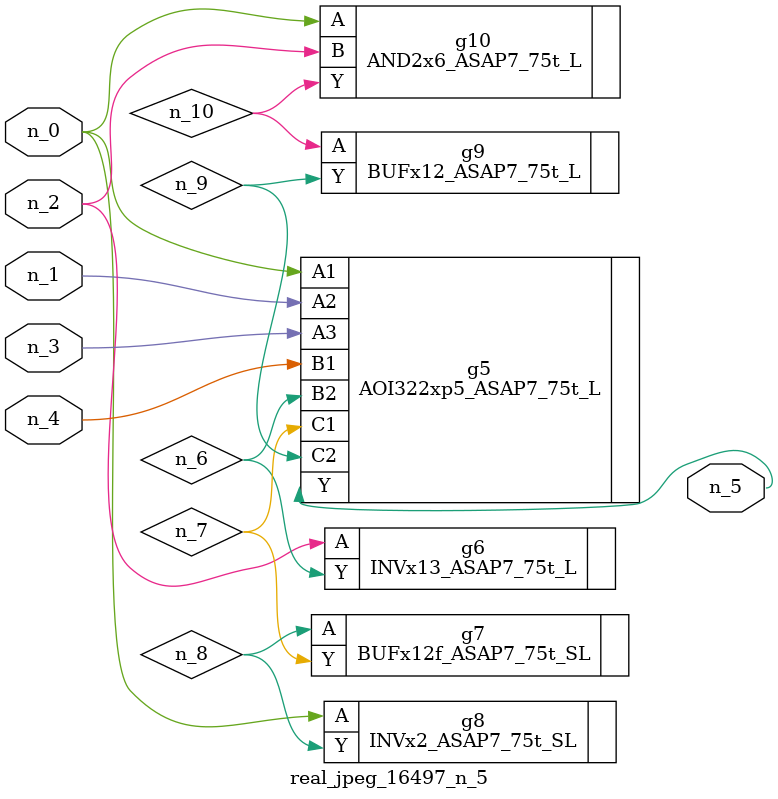
<source format=v>
module real_jpeg_16497_n_5 (n_4, n_0, n_1, n_2, n_3, n_5);

input n_4;
input n_0;
input n_1;
input n_2;
input n_3;

output n_5;

wire n_8;
wire n_6;
wire n_7;
wire n_10;
wire n_9;

AOI322xp5_ASAP7_75t_L g5 ( 
.A1(n_0),
.A2(n_1),
.A3(n_3),
.B1(n_4),
.B2(n_6),
.C1(n_7),
.C2(n_9),
.Y(n_5)
);

INVx2_ASAP7_75t_SL g8 ( 
.A(n_0),
.Y(n_8)
);

AND2x6_ASAP7_75t_L g10 ( 
.A(n_0),
.B(n_2),
.Y(n_10)
);

INVx13_ASAP7_75t_L g6 ( 
.A(n_2),
.Y(n_6)
);

BUFx12f_ASAP7_75t_SL g7 ( 
.A(n_8),
.Y(n_7)
);

BUFx12_ASAP7_75t_L g9 ( 
.A(n_10),
.Y(n_9)
);


endmodule
</source>
